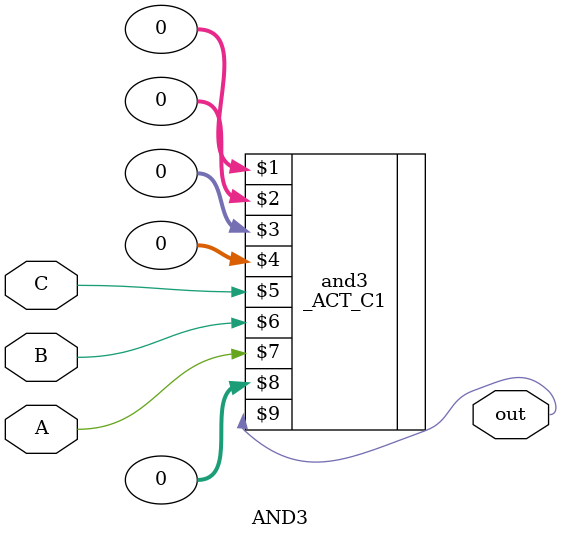
<source format=v>
module AND3 (
    input A, B, C,

    output out
);

    _ACT_C1 and3(0, 0, 0, 0, C, B, A, 0, out);

endmodule
</source>
